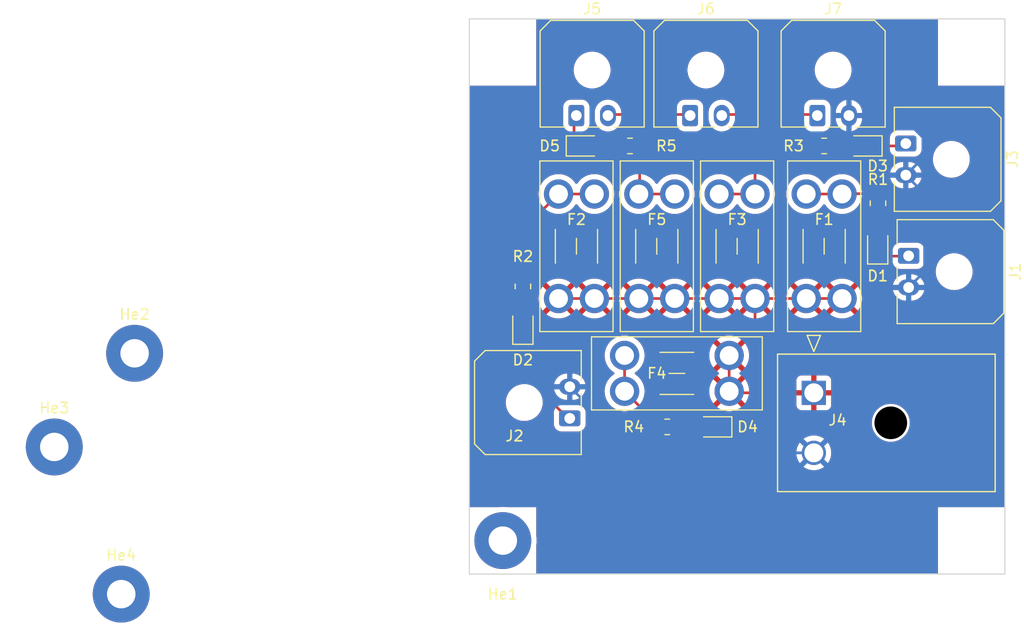
<source format=kicad_pcb>
(kicad_pcb (version 20221018) (generator pcbnew)
  (layers (0 "F.Cu" signal) (31 "B.Cu" signal) (34 "B.Paste" user) (35 "F.Paste" user) (36 "B.SilkS" user "B.Silkscreen") (37 "F.SilkS" user "F.Silkscreen") (38 "B.Mask" user) (39 "F.Mask" user) (44 "Edge.Cuts" user))
  (net 0 "")
  (net 1 "Net-(D1-K)")
  (net 2 "Net-(D1-A)")
  (net 3 "Net-(D2-K)")
  (net 4 "Net-(D2-A)")
  (net 5 "Net-(D3-K)")
  (net 6 "Net-(D3-A)")
  (net 7 "GND")
  (net 8 "Net-(D4-A)")
  (net 9 "+12V")
  (net 10 "Net-(F1-Pad2)")
  (net 11 "Net-(F2-Pad2)")
  (net 12 "Net-(F3-Pad2)")
  (net 13 "Net-(J5-Pin_2)")
  (net 14 "Net-(J6-Pin_2)")
  (net 15 "Net-(D5-A)")
  (net 16 "Net-(D5-K)")
  (net 17 "Net-(F4-Pad1)")
  (net 18 "Net-(F5-Pad2)")
  (footprint "Fuse:Fuseholder_Blade_Mini_Keystone_3568" (layer "F.Cu") (at 229.44 124.34 90)
    (fp_text reference "F5" (at 7.5 1.7 180) (layer "F.SilkS"))
    (fp_text value "Fuse")
    (fp_line (start -3.14 -1.77) (end -3.14 5.17) (stroke (width 0.12)) (layer "F.SilkS"))
    (fp_line (start -3.14 5.17) (end 13.06 5.17) (stroke (width 0.12)) (layer "F.SilkS"))
    (fp_line (start 3.36 -0.3) (end 6.56 -0.3) (stroke (width 0.12)) (layer "F.SilkS"))
    (fp_line (start 4.21 1.7) (end 5.71 1.7) (stroke (width 0.12)) (layer "F.SilkS"))
    (fp_line (start 6.56 3.7) (end 3.36 3.7) (stroke (width 0.12)) (layer "F.SilkS"))
    (fp_line (start 13.06 -1.77) (end -3.14 -1.77) (stroke (width 0.12)) (layer "F.SilkS"))
    (fp_line (start 13.06 5.17) (end 13.06 -1.77) (stroke (width 0.12)) (layer "F.SilkS"))
    (pad "1" thru_hole circle (at 0 0 90) (size 2.78 2.78) (drill 1.78) (layers "*.Cu" "*.Mask") (net 9 "+12V"))
    (pad "1" thru_hole circle (at 0 3.4 90) (size 2.78 2.78) (drill 1.78) (layers "*.Cu" "*.Mask") (net 9 "+12V"))
    (pad "2" thru_hole circle (at 9.92 0 90) (size 2.78 2.78) (drill 1.78) (layers "*.Cu" "*.Mask") (net 18 "Net-(F5-Pad2)"))
    (pad "2" thru_hole circle (at 9.92 3.4 90) (size 2.78 2.78) (drill 1.78) (layers "*.Cu" "*.Mask") (net 18 "Net-(F5-Pad2)"))
  )
  (footprint "Fuse:Fuseholder_Blade_Mini_Keystone_3568" (layer "F.Cu") (at 221.82 124.34 90)
    (fp_text reference "F2" (at 7.5 1.7 180) (layer "F.SilkS"))
    (fp_text value "Fuse")
    (fp_line (start -3.14 -1.77) (end -3.14 5.17) (stroke (width 0.12)) (layer "F.SilkS"))
    (fp_line (start -3.14 5.17) (end 13.06 5.17) (stroke (width 0.12)) (layer "F.SilkS"))
    (fp_line (start 3.36 -0.3) (end 6.56 -0.3) (stroke (width 0.12)) (layer "F.SilkS"))
    (fp_line (start 4.21 1.7) (end 5.71 1.7) (stroke (width 0.12)) (layer "F.SilkS"))
    (fp_line (start 6.56 3.7) (end 3.36 3.7) (stroke (width 0.12)) (layer "F.SilkS"))
    (fp_line (start 13.06 -1.77) (end -3.14 -1.77) (stroke (width 0.12)) (layer "F.SilkS"))
    (fp_line (start 13.06 5.17) (end 13.06 -1.77) (stroke (width 0.12)) (layer "F.SilkS"))
    (pad "1" thru_hole circle (at 0 0 90) (size 2.78 2.78) (drill 1.78) (layers "*.Cu" "*.Mask") (net 9 "+12V"))
    (pad "1" thru_hole circle (at 0 3.4 90) (size 2.78 2.78) (drill 1.78) (layers "*.Cu" "*.Mask") (net 9 "+12V"))
    (pad "2" thru_hole circle (at 9.92 0 90) (size 2.78 2.78) (drill 1.78) (layers "*.Cu" "*.Mask") (net 11 "Net-(F2-Pad2)"))
    (pad "2" thru_hole circle (at 9.92 3.4 90) (size 2.78 2.78) (drill 1.78) (layers "*.Cu" "*.Mask") (net 11 "Net-(F2-Pad2)"))
  )
  (footprint "Resistor_SMD:R_0805_2012Metric" (layer "F.Cu") (at 232.1325 136.525 180)
    (fp_text reference "R4" (at 3.175 0) (layer "F.SilkS"))
    (fp_text value "4.7kΩ")
    (fp_line (start -0.227064 -0.735) (end 0.227064 -0.735) (stroke (width 0.12)) (layer "F.SilkS"))
    (fp_line (start -0.227064 0.735) (end 0.227064 0.735) (stroke (width 0.12)) (layer "F.SilkS"))
    (pad "1" smd roundrect (at -0.9125 0 180) (size 1.025 1.4) (layers "F.Cu" "F.Paste" "F.Mask") (roundrect_rratio 0.243902) (net 8 "Net-(D4-A)"))
    (pad "2" smd roundrect (at 0.9125 0 180) (size 1.025 1.4) (layers "F.Cu" "F.Paste" "F.Mask") (roundrect_rratio 0.243902) (net 17 "Net-(F4-Pad1)"))
  )
  (footprint "Connector_Molex:Molex_Micro-Fit_3.0_43650-0200_1x02_P3.00mm_Horizontal" (layer "F.Cu") (at 254.76 109.625 -90)
    (fp_text reference "J3" (at 1.5 -10.12 90) (layer "F.SilkS"))
    (fp_text value "TEL_OUT")
    (fp_line (start -3.435 -8.03) (end -2.435 -9.03) (stroke (width 0.12)) (layer "F.SilkS"))
    (fp_line (start -3.435 1.09) (end -3.435 -8.03) (stroke (width 0.12)) (layer "F.SilkS"))
    (fp_line (start -3.435 1.09) (end -1.01 1.09) (stroke (width 0.12)) (layer "F.SilkS"))
    (fp_line (start -2.435 -9.03) (end 5.435 -9.03) (stroke (width 0.12)) (layer "F.SilkS"))
    (fp_line (start 1.01 1.09) (end 2.348233 1.09) (stroke (width 0.12)) (layer "F.SilkS"))
    (fp_line (start 5.435 -9.03) (end 6.435 -8.03) (stroke (width 0.12)) (layer "F.SilkS"))
    (fp_line (start 6.435 -8.03) (end 6.435 1.09) (stroke (width 0.12)) (layer "F.SilkS"))
    (fp_line (start 6.435 1.09) (end 3.651767 1.09) (stroke (width 0.12)) (layer "F.SilkS"))
    (pad "" np_thru_hole circle (at 1.5 -4.32 270) (size 3 3) (drill 3) (layers "*.Cu" "*.Mask"))
    (pad "1" thru_hole roundrect (at 0 0 270) (size 1.5 2.02) (drill 1.02) (layers "*.Cu" "*.Mask") (roundrect_rratio 0.166667) (net 5 "Net-(D3-K)"))
    (pad "2" thru_hole oval (at 3 0 270) (size 1.5 2.02) (drill 1.02) (layers "*.Cu" "*.Mask") (net 7 "GND"))
  )
  (footprint "Resistor_SMD:R_0805_2012Metric" (layer "F.Cu") (at 218.44 123.19 -90)
    (fp_text reference "R2" (at -2.8425 0 -180) (layer "F.SilkS"))
    (fp_text value "4.7kΩ")
    (fp_line (start -0.227064 -0.735) (end 0.227064 -0.735) (stroke (width 0.12)) (layer "F.SilkS"))
    (fp_line (start -0.227064 0.735) (end 0.227064 0.735) (stroke (width 0.12)) (layer "F.SilkS"))
    (pad "1" smd roundrect (at -0.9125 0 270) (size 1.025 1.4) (layers "F.Cu" "F.Paste" "F.Mask") (roundrect_rratio 0.243902) (net 11 "Net-(F2-Pad2)"))
    (pad "2" smd roundrect (at 0.9125 0 270) (size 1.025 1.4) (layers "F.Cu" "F.Paste" "F.Mask") (roundrect_rratio 0.243902) (net 4 "Net-(D2-A)"))
  )
  (footprint "Resistor_SMD:R_0805_2012Metric" (layer "F.Cu") (at 247.015 109.855)
    (fp_text reference "R3" (at -2.8975 0) (layer "F.SilkS"))
    (fp_text value "4.7kΩ")
    (fp_line (start -0.227064 -0.735) (end 0.227064 -0.735) (stroke (width 0.12)) (layer "F.SilkS"))
    (fp_line (start -0.227064 0.735) (end 0.227064 0.735) (stroke (width 0.12)) (layer "F.SilkS"))
    (pad "1" smd roundrect (at -0.9125 0) (size 1.025 1.4) (layers "F.Cu" "F.Paste" "F.Mask") (roundrect_rratio 0.243902) (net 12 "Net-(F3-Pad2)"))
    (pad "2" smd roundrect (at 0.9125 0) (size 1.025 1.4) (layers "F.Cu" "F.Paste" "F.Mask") (roundrect_rratio 0.243902) (net 6 "Net-(D3-A)"))
  )
  (footprint "Connector_Molex:Molex_Micro-Fit_3.0_43650-0200_1x02_P3.00mm_Horizontal" (layer "F.Cu") (at 246.366045 106.969536)
    (fp_text reference "J7" (at 1.5 -10.12) (layer "F.SilkS"))
    (fp_text value "E-STOP")
    (fp_line (start -3.435 -8.03) (end -2.435 -9.03) (stroke (width 0.12)) (layer "F.SilkS"))
    (fp_line (start -3.435 1.09) (end -3.435 -8.03) (stroke (width 0.12)) (layer "F.SilkS"))
    (fp_line (start -3.435 1.09) (end -1.01 1.09) (stroke (width 0.12)) (layer "F.SilkS"))
    (fp_line (start -2.435 -9.03) (end 5.435 -9.03) (stroke (width 0.12)) (layer "F.SilkS"))
    (fp_line (start 1.01 1.09) (end 2.348233 1.09) (stroke (width 0.12)) (layer "F.SilkS"))
    (fp_line (start 5.435 -9.03) (end 6.435 -8.03) (stroke (width 0.12)) (layer "F.SilkS"))
    (fp_line (start 6.435 -8.03) (end 6.435 1.09) (stroke (width 0.12)) (layer "F.SilkS"))
    (fp_line (start 6.435 1.09) (end 3.651767 1.09) (stroke (width 0.12)) (layer "F.SilkS"))
    (pad "" np_thru_hole circle (at 1.5 -4.32) (size 3 3) (drill 3) (layers "*.Cu" "*.Mask"))
    (pad "1" thru_hole roundrect (at 0 0) (size 1.5 2.02) (drill 1.02) (layers "*.Cu" "*.Mask") (roundrect_rratio 0.166667) (net 14 "Net-(J6-Pin_2)"))
    (pad "2" thru_hole oval (at 3 0) (size 1.5 2.02) (drill 1.02) (layers "*.Cu" "*.Mask") (net 7 "GND"))
  )
  (footprint "LED_SMD:LED_0805_2012Metric" (layer "F.Cu") (at 218.44 127 90)
    (fp_text reference "D2" (at -3.175 0 180) (layer "F.SilkS"))
    (fp_text value "LED")
    (fp_line (start -1.685 -0.96) (end -1.685 0.96) (stroke (width 0.12)) (layer "F.SilkS"))
    (fp_line (start -1.685 0.96) (end 1 0.96) (stroke (width 0.12)) (layer "F.SilkS"))
    (fp_line (start 1 -0.96) (end -1.685 -0.96) (stroke (width 0.12)) (layer "F.SilkS"))
    (pad "1" smd roundrect (at -0.9375 0 90) (size 0.975 1.4) (layers "F.Cu" "F.Paste" "F.Mask") (net 3 "Net-(D2-K)"))
    (pad "2" smd roundrect (at 0.9375 0 90) (size 0.975 1.4) (layers "F.Cu" "F.Paste" "F.Mask") (net 4 "Net-(D2-A)"))
  )
  (footprint "Fuse:Fuseholder_Blade_Mini_Keystone_3568" (layer "F.Cu") (at 237.06 124.34 90)
    (fp_text reference "F3" (at 7.5 1.7 180) (layer "F.SilkS"))
    (fp_text value "Fuse")
    (fp_line (start -3.14 -1.77) (end -3.14 5.17) (stroke (width 0.12)) (layer "F.SilkS"))
    (fp_line (start -3.14 5.17) (end 13.06 5.17) (stroke (width 0.12)) (layer "F.SilkS"))
    (fp_line (start 3.36 -0.3) (end 6.56 -0.3) (stroke (width 0.12)) (layer "F.SilkS"))
    (fp_line (start 4.21 1.7) (end 5.71 1.7) (stroke (width 0.12)) (layer "F.SilkS"))
    (fp_line (start 6.56 3.7) (end 3.36 3.7) (stroke (width 0.12)) (layer "F.SilkS"))
    (fp_line (start 13.06 -1.77) (end -3.14 -1.77) (stroke (width 0.12)) (layer "F.SilkS"))
    (fp_line (start 13.06 5.17) (end 13.06 -1.77) (stroke (width 0.12)) (layer "F.SilkS"))
    (pad "1" thru_hole circle (at 0 0 90) (size 2.78 2.78) (drill 1.78) (layers "*.Cu" "*.Mask") (net 9 "+12V"))
    (pad "1" thru_hole circle (at 0 3.4 90) (size 2.78 2.78) (drill 1.78) (layers "*.Cu" "*.Mask") (net 9 "+12V"))
    (pad "2" thru_hole circle (at 9.92 0 90) (size 2.78 2.78) (drill 1.78) (layers "*.Cu" "*.Mask") (net 12 "Net-(F3-Pad2)"))
    (pad "2" thru_hole circle (at 9.92 3.4 90) (size 2.78 2.78) (drill 1.78) (layers "*.Cu" "*.Mask") (net 12 "Net-(F3-Pad2)"))
  )
  (footprint "FCP_Power_Distribution_Custom_Footprints:Molex_MegaFit_20024_1x02_P5.70mm_Horizontal" (layer "F.Cu") (at 246.035001 133.288983 90)
    (fp_text reference "J4" (at -2.601017 2.249999 unlocked) (layer "F.SilkS"))
    (fp_text value "12V_IN")
    (fp_line (start -9.380004 -3.440001) (end -9.380004 17.199998) (stroke (width 0.127)) (layer "F.SilkS"))
    (fp_line (start -9.380004 17.199998) (end 3.66997 17.199998) (stroke (width 0.127)) (layer "F.SilkS"))
    (fp_line (start 3.66997 -3.440001) (end -9.380004 -3.440001) (stroke (width 0.127)) (layer "F.SilkS"))
    (fp_line (start 3.66997 17.199998) (end 3.66997 -3.440001) (stroke (width 0.127)) (layer "F.SilkS"))
    (fp_line (start 3.92397 0) (end 5.44797 -0.635) (stroke (width 0.127)) (layer "F.SilkS"))
    (fp_line (start 5.44797 -0.635) (end 5.44797 0.635) (stroke (width 0.127)) (layer "F.SilkS"))
    (fp_line (start 5.44797 0.635) (end 3.92397 0) (stroke (width 0.127)) (layer "F.SilkS"))
    (pad "" np_thru_hole circle (at -2.850007 7.300001 90) (size 3.099999 3.099999) (drill 3.099999) (layers))
    (pad "1" thru_hole rect (at 0 0 90) (size 2.3 2.3) (drill 1.8) (layers "*.Cu" "*.Mask") (net 9 "+12V"))
    (pad "2" thru_hole circle (at -5.700001 0 90) (size 2.3 2.3) (drill 1.8) (layers "*.Cu" "*.Mask") (net 7 "GND"))
  )
  (footprint "Connector_Molex:Molex_Micro-Fit_3.0_43650-0200_1x02_P3.00mm_Horizontal" (layer "F.Cu") (at 223.506045 106.969536)
    (fp_text reference "J5" (at 1.5 -10.12) (layer "F.SilkS"))
    (fp_text value "E-STOP")
    (fp_line (start -3.435 -8.03) (end -2.435 -9.03) (stroke (width 0.12)) (layer "F.SilkS"))
    (fp_line (start -3.435 1.09) (end -3.435 -8.03) (stroke (width 0.12)) (layer "F.SilkS"))
    (fp_line (start -3.435 1.09) (end -1.01 1.09) (stroke (width 0.12)) (layer "F.SilkS"))
    (fp_line (start -2.435 -9.03) (end 5.435 -9.03) (stroke (width 0.12)) (layer "F.SilkS"))
    (fp_line (start 1.01 1.09) (end 2.348233 1.09) (stroke (width 0.12)) (layer "F.SilkS"))
    (fp_line (start 5.435 -9.03) (end 6.435 -8.03) (stroke (width 0.12)) (layer "F.SilkS"))
    (fp_line (start 6.435 -8.03) (end 6.435 1.09) (stroke (width 0.12)) (layer "F.SilkS"))
    (fp_line (start 6.435 1.09) (end 3.651767 1.09) (stroke (width 0.12)) (layer "F.SilkS"))
    (pad "" np_thru_hole circle (at 1.5 -4.32) (size 3 3) (drill 3) (layers "*.Cu" "*.Mask"))
    (pad "1" thru_hole roundrect (at 0 0) (size 1.5 2.02) (drill 1.02) (layers "*.Cu" "*.Mask") (roundrect_rratio 0.166667) (net 16 "Net-(D5-K)"))
    (pad "2" thru_hole oval (at 3 0) (size 1.5 2.02) (drill 1.02) (layers "*.Cu" "*.Mask") (net 13 "Net-(J5-Pin_2)"))
  )
  (footprint "MountingHole:MountingHole_2.7mm_M2.5_Pad" (layer "F.Cu") (at 181.61 129.54)
    (fp_text reference "He2" (at 0 -3.7) (layer "F.SilkS"))
    (fp_text value "MountingHole")
    (pad "1" thru_hole circle (at 0 0) (size 5.4 5.4) (drill 2.7) (layers "*.Cu" "*.Mask"))
  )
  (footprint "Connector_Molex:Molex_Micro-Fit_3.0_43650-0200_1x02_P3.00mm_Horizontal" (layer "F.Cu") (at 234.301045 106.969536)
    (fp_text reference "J6" (at 1.5 -10.12) (layer "F.SilkS"))
    (fp_text value "E-STOP")
    (fp_line (start -3.435 -8.03) (end -2.435 -9.03) (stroke (width 0.12)) (layer "F.SilkS"))
    (fp_line (start -3.435 1.09) (end -3.435 -8.03) (stroke (width 0.12)) (layer "F.SilkS"))
    (fp_line (start -3.435 1.09) (end -1.01 1.09) (stroke (width 0.12)) (layer "F.SilkS"))
    (fp_line (start -2.435 -9.03) (end 5.435 -9.03) (stroke (width 0.12)) (layer "F.SilkS"))
    (fp_line (start 1.01 1.09) (end 2.348233 1.09) (stroke (width 0.12)) (layer "F.SilkS"))
    (fp_line (start 5.435 -9.03) (end 6.435 -8.03) (stroke (width 0.12)) (layer "F.SilkS"))
    (fp_line (start 6.435 -8.03) (end 6.435 1.09) (stroke (width 0.12)) (layer "F.SilkS"))
    (fp_line (start 6.435 1.09) (end 3.651767 1.09) (stroke (width 0.12)) (layer "F.SilkS"))
    (pad "" np_thru_hole circle (at 1.5 -4.32) (size 3 3) (drill 3) (layers "*.Cu" "*.Mask"))
    (pad "1" thru_hole roundrect (at 0 0) (size 1.5 2.02) (drill 1.02) (layers "*.Cu" "*.Mask") (roundrect_rratio 0.166667) (net 13 "Net-(J5-Pin_2)"))
    (pad "2" thru_hole oval (at 3 0) (size 1.5 2.02) (drill 1.02) (layers "*.Cu" "*.Mask") (net 14 "Net-(J6-Pin_2)"))
  )
  (footprint "Resistor_SMD:R_0805_2012Metric" (layer "F.Cu") (at 228.6 109.855 180)
    (fp_text reference "R5" (at -3.4525 0) (layer "F.SilkS"))
    (fp_text value "4.7kΩ")
    (fp_line (start -0.227064 -0.735) (end 0.227064 -0.735) (stroke (width 0.12)) (layer "F.SilkS"))
    (fp_line (start -0.227064 0.735) (end 0.227064 0.735) (stroke (width 0.12)) (layer "F.SilkS"))
    (pad "1" smd roundrect (at -0.9125 0 180) (size 1.025 1.4) (layers "F.Cu" "F.Paste" "F.Mask") (roundrect_rratio 0.243902) (net 18 "Net-(F5-Pad2)"))
    (pad "2" smd roundrect (at 0.9125 0 180) (size 1.025 1.4) (layers "F.Cu" "F.Paste" "F.Mask") (roundrect_rratio 0.243902) (net 15 "Net-(D5-A)"))
  )
  (footprint "Resistor_SMD:R_0805_2012Metric" (layer "F.Cu") (at 252.122098 115.300347 -90)
    (fp_text reference "R1" (at -2.2625 0 -180) (layer "F.SilkS"))
    (fp_text value "4.7kΩ")
    (fp_line (start -0.227064 -0.735) (end 0.227064 -0.735) (stroke (width 0.12)) (layer "F.SilkS"))
    (fp_line (start -0.227064 0.735) (end 0.227064 0.735) (stroke (width 0.12)) (layer "F.SilkS"))
    (pad "1" smd roundrect (at -0.9125 0 270) (size 1.025 1.4) (layers "F.Cu" "F.Paste" "F.Mask") (roundrect_rratio 0.243902) (net 10 "Net-(F1-Pad2)"))
    (pad "2" smd roundrect (at 0.9125 0 270) (size 1.025 1.4) (layers "F.Cu" "F.Paste" "F.Mask") (roundrect_rratio 0.243902) (net 2 "Net-(D1-A)"))
  )
  (footprint "LED_SMD:LED_0805_2012Metric" (layer "F.Cu") (at 252.095 119.38 90)
    (fp_text reference "D1" (at -2.8175 0 180) (layer "F.SilkS"))
    (fp_text value "LED")
    (fp_line (start -1.685 -0.96) (end -1.685 0.96) (stroke (width 0.12)) (layer "F.SilkS"))
    (fp_line (start -1.685 0.96) (end 1 0.96) (stroke (width 0.12)) (layer "F.SilkS"))
    (fp_line (start 1 -0.96) (end -1.685 -0.96) (stroke (width 0.12)) (layer "F.SilkS"))
    (pad "1" smd roundrect (at -0.9375 0 90) (size 0.975 1.4) (layers "F.Cu" "F.Paste" "F.Mask") (net 1 "Net-(D1-K)"))
    (pad "2" smd roundrect (at 0.9375 0 90) (size 0.975 1.4) (layers "F.Cu" "F.Paste" "F.Mask") (net 2 "Net-(D1-A)"))
  )
  (footprint "LED_SMD:LED_0805_2012Metric" (layer "F.Cu") (at 236.5775 136.525 180)
    (fp_text reference "D4" (at -3.175 0) (layer "F.SilkS"))
    (fp_text value "LED")
    (fp_line (start -1.685 -0.96) (end -1.685 0.96) (stroke (width 0.12)) (layer "F.SilkS"))
    (fp_line (start -1.685 0.96) (end 1 0.96) (stroke (width 0.12)) (layer "F.SilkS"))
    (fp_line (start 1 -0.96) (end -1.685 -0.96) (stroke (width 0.12)) (layer "F.SilkS"))
    (pad "1" smd roundrect (at -0.9375 0 180) (size 0.975 1.4) (layers "F.Cu" "F.Paste" "F.Mask") (net 7 "GND"))
    (pad "2" smd roundrect (at 0.9375 0 180) (size 0.975 1.4) (layers "F.Cu" "F.Paste" "F.Mask") (net 8 "Net-(D4-A)"))
  )
  (footprint "Fuse:Fuseholder_Blade_Mini_Keystone_3568" (layer "F.Cu") (at 245.315 124.34 90)
    (fp_text reference "F1" (at 7.5 1.7 180) (layer "F.SilkS"))
    (fp_text value "Fuse")
    (fp_line (start -3.14 -1.77) (end -3.14 5.17) (stroke (width 0.12)) (layer "F.SilkS"))
    (fp_line (start -3.14 5.17) (end 13.06 5.17) (stroke (width 0.12)) (layer "F.SilkS"))
    (fp_line (start 3.36 -0.3) (end 6.56 -0.3) (stroke (width 0.12)) (layer "F.SilkS"))
    (fp_line (start 4.21 1.7) (end 5.71 1.7) (stroke (width 0.12)) (layer "F.SilkS"))
    (fp_line (start 6.56 3.7) (end 3.36 3.7) (stroke (width 0.12)) (layer "F.SilkS"))
    (fp_line (start 13.06 -1.77) (end -3.14 -1.77) (stroke (width 0.12)) (layer "F.SilkS"))
    (fp_line (start 13.06 5.17) (end 13.06 -1.77) (stroke (width 0.12)) (layer "F.SilkS"))
    (pad "1" thru_hole circle (at 0 0 90) (size 2.78 2.78) (drill 1.78) (layers "*.Cu" "*.Mask") (net 9 "+12V"))
    (pad "1" thru_hole circle (at 0 3.4 90) (size 2.78 2.78) (drill 1.78) (layers "*.Cu" "*.Mask") (net 9 "+12V"))
    (pad "2" thru_hole circle (at 9.92 0 90) (size 2.78 2.78) (drill 1.78) (layers "*.Cu" "*.Mask") (net 10 "Net-(F1-Pad2)"))
    (pad "2" thru_hole circle (at 9.92 3.4 90) (size 2.78 2.78) (drill 1.78) (layers "*.Cu" "*.Mask") (net 10 "Net-(F1-Pad2)"))
  )
  (footprint "Fuse:Fuseholder_Blade_Mini_Keystone_3568" (layer "F.Cu") (at 228.085 129.745)
    (fp_text reference "F4" (at 3.055 1.7) (layer "F.SilkS"))
    (fp_text value "Fuse")
    (fp_line (start -3.14 -1.77) (end -3.14 5.17) (stroke (width 0.12)) (layer "F.SilkS"))
    (fp_line (start -3.14 5.17) (end 13.06 5.17) (stroke (width 0.12)) (layer "F.SilkS"))
    (fp_line (start 3.36 -0.3) (end 6.56 -0.3) (stroke (width 0.12)) (layer "F.SilkS"))
    (fp_line (start 4.21 1.7) (end 5.71 1.7) (stroke (width 0.12)) (layer "F.SilkS"))
    (fp_line (start 6.56 3.7) (end 3.36 3.7) (stroke (width 0.12)) (layer "F.SilkS"))
    (fp_line (start 13.06 -1.77) (end -3.14 -1.77) (stroke (width 0.12)) (layer "F.SilkS"))
    (fp_line (start 13.06 5.17) (end 13.06 -1.77) (stroke (width 0.12)) (layer "F.SilkS"))
    (pad "1" thru_hole circle (at 0 0) (size 2.78 2.78) (drill 1.78) (layers "*.Cu" "*.Mask") (net 17 "Net-(F4-Pad1)"))
    (pad "1" thru_hole circle (at 0 3.4) (size 2.78 2.78) (drill 1.78) (layers "*.Cu" "*.Mask") (net 17 "Net-(F4-Pad1)"))
    (pad "2" thru_hole circle (at 9.92 0) (size 2.78 2.78) (drill 1.78) (layers "*.Cu" "*.Mask") (net 9 "+12V"))
    (pad "2" thru_hole circle (at 9.92 3.4) (size 2.78 2.78) (drill 1.78) (layers "*.Cu" "*.Mask") (net 9 "+12V"))
  )
  (footprint "LED_SMD:LED_0805_2012Metric" (layer "F.Cu") (at 224.235 109.855)
    (fp_text reference "D5" (at -3.255 0) (layer "F.SilkS"))
    (fp_text value "LED")
    (fp_line (start -1.685 -0.96) (end -1.685 0.96) (stroke (width 0.12)) (layer "F.SilkS"))
    (fp_line (start -1.685 0.96) (end 1 0.96) (stroke (width 0.12)) (layer "F.SilkS"))
    (fp_line (start 1 -0.96) (end -1.685 -0.96) (stroke (width 0.12)) (layer "F.SilkS"))
    (pad "1" smd roundrect (at -0.9375 0) (size 0.975 1.4) (layers "F.Cu" "F.Paste" "F.Mask") (net 16 "Net-(D5-K)"))
    (pad "2" smd roundrect (at 0.9375 0) (size 0.975 1.4) (layers "F.Cu" "F.Paste" "F.Mask") (net 15 "Net-(D5-A)"))
  )
  (footprint "MountingHole:MountingHole_2.7mm_M2.5_Pad" (layer "F.Cu") (at 173.99 138.43)
    (fp_text reference "He3" (at 0 -3.7) (layer "F.SilkS"))
    (fp_text value "MountingHole")
    (pad "1" thru_hole circle (at 0 0) (size 5.4 5.4) (drill 2.7) (layers "*.Cu" "*.Mask"))
  )
  (footprint "Connector_Molex:Molex_Micro-Fit_3.0_43650-0200_1x02_P3.00mm_Horizontal" (layer "F.Cu") (at 255.026707 120.290348 -90)
    (fp_text reference "J1" (at 1.5 -10.12 90) (layer "F.SilkS"))
    (fp_text value "SAFETY_OUT")
    (fp_line (start -3.435 -8.03) (end -2.435 -9.03) (stroke (width 0.12)) (layer "F.SilkS"))
    (fp_line (start -3.435 1.09) (end -3.435 -8.03) (stroke (width 0.12)) (layer "F.SilkS"))
    (fp_line (start -3.435 1.09) (end -1.01 1.09) (stroke (width 0.12)) (layer "F.SilkS"))
    (fp_line (start -2.435 -9.03) (end 5.435 -9.03) (stroke (width 0.12)) (layer "F.SilkS"))
    (fp_line (start 1.01 1.09) (end 2.348233 1.09) (stroke (width 0.12)) (layer "F.SilkS"))
    (fp_line (start 5.435 -9.03) (end 6.435 -8.03) (stroke (width 0.12)) (layer "F.SilkS"))
    (fp_line (start 6.435 -8.03) (end 6.435 1.09) (stroke (width 0.12)) (layer "F.SilkS"))
    (fp_line (start 6.435 1.09) (end 3.651767 1.09) (stroke (width 0.12)) (layer "F.SilkS"))
    (pad "" np_thru_hole circle (at 1.5 -4.32 270) (size 3 3) (drill 3) (layers "*.Cu" "*.Mask"))
    (pad "1" thru_hole roundrect (at 0 0 270) (size 1.5 2.02) (drill 1.02) (layers "*.Cu" "*.Mask") (roundrect_rratio 0.166667) (net 1 "Net-(D1-K)"))
    (pad "2" thru_hole oval (at 3 0 270) (size 1.5 2.02) (drill 1.02) (layers "*.Cu" "*.Mask") (net 7 "GND"))
  )
  (footprint "MountingHole:MountingHole_2.7mm_M2.5_Pad" (layer "F.Cu") (at 216.535 147.32)
    (fp_text reference "He1" (at 0 5.08) (layer "F.SilkS"))
    (fp_text value "MountingHole")
    (pad "1" thru_hole circle (at 0 0) (size 5.4 5.4) (drill 2.7) (layers "*.Cu" "*.Mask"))
  )
  (footprint "MountingHole:MountingHole_2.7mm_M2.5_Pad" (layer "F.Cu") (at 180.34 152.4)
    (fp_text reference "He4" (at 0 -3.7) (layer "F.SilkS"))
    (fp_text value "MountingHole")
    (pad "1" thru_hole circle (at 0 0) (size 5.4 5.4) (drill 2.7) (layers "*.Cu" "*.Mask"))
  )
  (footprint "Connector_Molex:Molex_Micro-Fit_3.0_43650-0200_1x02_P3.00mm_Horizontal" (layer "F.Cu") (at 222.885 135.715 90)
    (fp_text reference "J2" (at -1.675 -5.24 180) (layer "F.SilkS"))
    (fp_text value "STEER_OUT")
    (fp_line (start -3.435 -8.03) (end -2.435 -9.03) (stroke (width 0.12)) (layer "F.SilkS"))
    (fp_line (start -3.435 1.09) (end -3.435 -8.03) (stroke (width 0.12)) (layer "F.SilkS"))
    (fp_line (start -3.435 1.09) (end -1.01 1.09) (stroke (width 0.12)) (layer "F.SilkS"))
    (fp_line (start -2.435 -9.03) (end 5.435 -9.03) (stroke (width 0.12)) (layer "F.SilkS"))
    (fp_line (start 1.01 1.09) (end 2.348233 1.09) (stroke (width 0.12)) (layer "F.SilkS"))
    (fp_line (start 5.435 -9.03) (end 6.435 -8.03) (stroke (width 0.12)) (layer "F.SilkS"))
    (fp_line (start 6.435 -8.03) (end 6.435 1.09) (stroke (width 0.12)) (layer "F.SilkS"))
    (fp_line (start 6.435 1.09) (end 3.651767 1.09) (stroke (width 0.12)) (layer "F.SilkS"))
    (pad "" np_thru_hole circle (at 1.5 -4.32 90) (size 3 3) (drill 3) (layers "*.Cu" "*.Mask"))
    (pad "1" thru_hole roundrect (at 0 0 90) (size 1.5 2.02) (drill 1.02) (layers "*.Cu" "*.Mask") (roundrect_rratio 0.166667) (net 3 "Net-(D2-K)"))
    (pad "2" thru_hole oval (at 3 0 90) (size 1.5 2.02) (drill 1.02) (layers "*.Cu" "*.Mask") (net 7 "GND"))
  )
  (footprint "LED_SMD:LED_0805_2012Metric" (layer "F.Cu") (at 250.825 109.855 180)
    (fp_text reference "D3" (at -1.27 -1.905) (layer "F.SilkS"))
    (fp_text value "LED")
    (fp_line (start -1.685 -0.96) (end -1.685 0.96) (stroke (width 0.12)) (layer "F.SilkS"))
    (fp_line (start -1.685 0.96) (end 1 0.96) (stroke (width 0.12)) (layer "F.SilkS"))
    (fp_line (start 1 -0.96) (end -1.685 -0.96) (stroke (width 0.12)) (layer "F.SilkS"))
    (pad "1" smd roundrect (at -0.9375 0 180) (size 0.975 1.4) (layers "F.Cu" "F.Paste" "F.Mask") (net 5 "Net-(D3-K)"))
    (pad "2" smd roundrect (at 0.9375 0 180) (size 0.975 1.4) (layers "F.Cu" "F.Paste" "F.Mask") (net 6 "Net-(D3-A)"))
  )
  (gr_rect (start 213.36 97.79) (end 264.16 150.495) (stroke (width 0.1)) (fill none) (layer "Edge.Cuts"))
  (segment (start 252.095 120.3175) (end 254.999555 120.3175) (width 0.25) (layer "F.Cu") (net 1))
  (segment (start 254.999555 120.3175) (end 255.026707 120.290348) (width 0.25) (layer "F.Cu") (net 1))
  (segment (start 252.095 118.4425) (end 252.095 116.239945) (width 0.25) (layer "F.Cu") (net 2))
  (segment (start 252.095 116.239945) (end 252.122098 116.212847) (width 0.25) (layer "F.Cu") (net 2))
  (segment (start 218.44 131.445) (end 218.44 127.9375) (width 0.25) (layer "F.Cu") (net 3))
  (segment (start 222.885 135.715) (end 222.71665 135.715) (width 0.25) (layer "F.Cu") (net 3))
  (segment (start 222.71665 135.715) (end 218.44665 131.445) (width 0.25) (layer "F.Cu") (net 3))
  (segment (start 218.44665 131.445) (end 218.44 131.445) (width 0.25) (layer "F.Cu") (net 3))
  (segment (start 218.44 124.1025) (end 218.44 126.0625) (width 0.25) (layer "F.Cu") (net 4))
  (segment (start 251.7625 109.855) (end 254.53 109.855) (width 0.25) (layer "F.Cu") (net 5))
  (segment (start 254.53 109.855) (end 254.76 109.625) (width 0.25) (layer "F.Cu") (net 5))
  (segment (start 247.9275 109.855) (end 249.8875 109.855) (width 0.25) (layer "F.Cu") (net 6))
  (segment (start 239.978984 138.988984) (end 246.035001 138.988984) (width 0.25) (layer "F.Cu") (net 7))
  (segment (start 237.515 136.525) (end 239.978984 138.988984) (width 0.25) (layer "F.Cu") (net 7))
  (segment (start 255.026707 129.997278) (end 246.035001 138.988984) (width 0.25) (layer "B.Cu") (net 7))
  (segment (start 256.54 114.405) (end 256.54 121.777055) (width 0.25) (layer "B.Cu") (net 7))
  (segment (start 256.54 110.845) (end 254.76 112.625) (width 0.25) (layer "B.Cu") (net 7))
  (segment (start 256.54 109.22) (end 256.54 110.845) (width 0.25) (layer "B.Cu") (net 7))
  (segment (start 256.54 121.777055) (end 255.026707 123.290348) (width 0.25) (layer "B.Cu") (net 7))
  (segment (start 222.885 132.715) (end 229.158984 138.988984) (width 0.25) (layer "B.Cu") (net 7))
  (segment (start 255.026707 123.290348) (end 255.026707 129.997278) (width 0.25) (layer "B.Cu") (net 7))
  (segment (start 254.289536 106.969536) (end 256.54 109.22) (width 0.25) (layer "B.Cu") (net 7))
  (segment (start 254.76 112.625) (end 256.54 114.405) (width 0.25) (layer "B.Cu") (net 7))
  (segment (start 249.366045 106.969536) (end 254.289536 106.969536) (width 0.25) (layer "B.Cu") (net 7))
  (segment (start 229.158984 138.988984) (end 246.035001 138.988984) (width 0.25) (layer "B.Cu") (net 7))
  (segment (start 233.045 136.525) (end 235.64 136.525) (width 0.25) (layer "F.Cu") (net 8))
  (segment (start 238.148983 133.288983) (end 238.005 133.145) (width 0.25) (layer "F.Cu") (net 9))
  (segment (start 246.035001 133.288983) (end 238.148983 133.288983) (width 0.25) (layer "F.Cu") (net 9))
  (segment (start 248.715 124.34) (end 245.315 124.34) (width 0.25) (layer "F.Cu") (net 9))
  (segment (start 238.005 129.745) (end 240.46 127.29) (width 0.25) (layer "F.Cu") (net 9))
  (segment (start 225.22 124.34) (end 229.44 124.34) (width 0.25) (layer "F.Cu") (net 9))
  (segment (start 225.22 124.34) (end 221.82 124.34) (width 0.25) (layer "F.Cu") (net 9))
  (segment (start 240.46 124.34) (end 237.06 124.34) (width 0.25) (layer "F.Cu") (net 9))
  (segment (start 232.84 124.34) (end 229.44 124.34) (width 0.25) (layer "F.Cu") (net 9))
  (segment (start 240.46 127.29) (end 240.46 124.34) (width 0.25) (layer "F.Cu") (net 9))
  (segment (start 238.005 133.145) (end 238.005 129.745) (width 0.25) (layer "F.Cu") (net 9))
  (segment (start 232.84 124.34) (end 237.06 124.34) (width 0.25) (layer "F.Cu") (net 9))
  (segment (start 240.46 124.34) (end 245.315 124.34) (width 0.25) (layer "F.Cu") (net 9))
  (segment (start 248.747153 114.387847) (end 248.715 114.42) (width 0.25) (layer "F.Cu") (net 10))
  (segment (start 252.122098 114.387847) (end 248.747153 114.387847) (width 0.25) (layer "F.Cu") (net 10))
  (segment (start 248.715 114.42) (end 245.315 114.42) (width 0.25) (layer "F.Cu") (net 10))
  (segment (start 249.555 115.38) (end 248.715 114.54) (width 0.25) (layer "F.Cu") (net 10))
  (segment (start 221.82 114.42) (end 218.44 117.8) (width 0.25) (layer "F.Cu") (net 11))
  (segment (start 221.82 114.42) (end 225.22 114.42) (width 0.25) (layer "F.Cu") (net 11))
  (segment (start 218.44 117.8) (end 218.44 122.2775) (width 0.25) (layer "F.Cu") (net 11))
  (segment (start 240.46 111.965) (end 242.57 109.855) (width 0.25) (layer "F.Cu") (net 12))
  (segment (start 242.57 109.855) (end 246.1025 109.855) (width 0.25) (layer "F.Cu") (net 12))
  (segment (start 237.06 114.42) (end 240.46 114.42) (width 0.25) (layer "F.Cu") (net 12))
  (segment (start 240.46 114.42) (end 240.46 111.965) (width 0.25) (layer "F.Cu") (net 12))
  (segment (start 226.29 106.871251) (end 234.085 106.871251) (width 0.25) (layer "F.Cu") (net 13))
  (segment (start 237.085 106.871251) (end 246.15 106.871251) (width 0.25) (layer "F.Cu") (net 14))
  (segment (start 227.6875 109.855) (end 225.1725 109.855) (width 0.25) (layer "F.Cu") (net 15))
  (segment (start 223.29 106.871251) (end 223.29 109.8475) (width 0.25) (layer "F.Cu") (net 16))
  (segment (start 223.29 109.8475) (end 223.2975 109.855) (width 0.25) (layer "F.Cu") (net 16))
  (segment (start 228.085 133.145) (end 231.22 136.28) (width 0.25) (layer "F.Cu") (net 17))
  (segment (start 228.085 129.745) (end 228.085 133.145) (width 0.25) (layer "F.Cu") (net 17))
  (segment (start 231.22 136.28) (end 231.22 136.525) (width 0.25) (layer "F.Cu") (net 17))
  (segment (start 229.44 114.42) (end 232.84 114.42) (width 0.25) (layer "F.Cu") (net 18))
  (segment (start 229.5125 109.855) (end 229.5125 114.3475) (width 0.25) (layer "F.Cu") (net 18))
  (segment (start 229.5125 114.3475) (end 229.44 114.42) (width 0.25) (layer "F.Cu") (net 18))
  (zone (net 9) (net_name "+12V") (layer "F.Cu") (connect_pads (clearance 0.5)) (min_thickness 0.25) (fill yes (thermal_gap 0.5) (thermal_bridge_width 0.5))
    (polygon (pts (xy 213.36 97.79) (xy 264.16 97.79) (xy 264.16 150.495) (xy 213.36 150.495)))
  )
  (zone (net 0) (net_name "") (layers "F&B.Cu") (connect_pads (clearance 0)) (min_thickness 0.25)
    (keepout (tracks not_allowed) (vias not_allowed) (pads not_allowed) (copperpour not_allowed) (footprints allowed))
    (fill (thermal_gap 0.5) (thermal_bridge_width 0.5))
    (polygon (pts (xy 213.36 144.145) (xy 219.71 144.145) (xy 219.71 150.495) (xy 213.36 150.495)))
  )
  (zone (net 0) (net_name "") (layers "F&B.Cu") (connect_pads (clearance 0)) (min_thickness 0.25)
    (keepout (tracks not_allowed) (vias not_allowed) (pads not_allowed) (copperpour not_allowed) (footprints allowed))
    (fill (thermal_gap 0.5) (thermal_bridge_width 0.5))
    (polygon (pts (xy 257.81 97.79) (xy 264.16 97.79) (xy 264.16 104.14) (xy 257.81 104.14)))
  )
  (zone (net 0) (net_name "") (layers "F&B.Cu") (connect_pads (clearance 0)) (min_thickness 0.25)
    (keepout (tracks not_allowed) (vias not_allowed) (pads not_allowed) (copperpour not_allowed) (footprints allowed))
    (fill (thermal_gap 0.5) (thermal_bridge_width 0.5))
    (polygon (pts (xy 257.81 144.145) (xy 264.16 144.145) (xy 264.16 150.495) (xy 257.81 150.495)))
  )
  (zone (net 0) (net_name "") (layers "F&B.Cu") (connect_pads (clearance 0)) (min_thickness 0.25)
    (keepout (tracks not_allowed) (vias not_allowed) (pads not_allowed) (copperpour not_allowed) (footprints allowed))
    (fill (thermal_gap 0.5) (thermal_bridge_width 0.5))
    (polygon (pts (xy 213.36 97.79) (xy 219.71 97.79) (xy 219.71 104.14) (xy 213.36 104.14)))
  )
  (zone (net 7) (net_name "GND") (layer "B.Cu") (priority 1) (connect_pads (clearance 0.5)) (min_thickness 0.25) (fill yes (thermal_gap 0.5) (thermal_bridge_width 0.5))
    (polygon (pts (xy 213.36 97.79) (xy 264.16 97.79) (xy 264.16 150.495) (xy 213.36 150.495)))
  )
)
</source>
